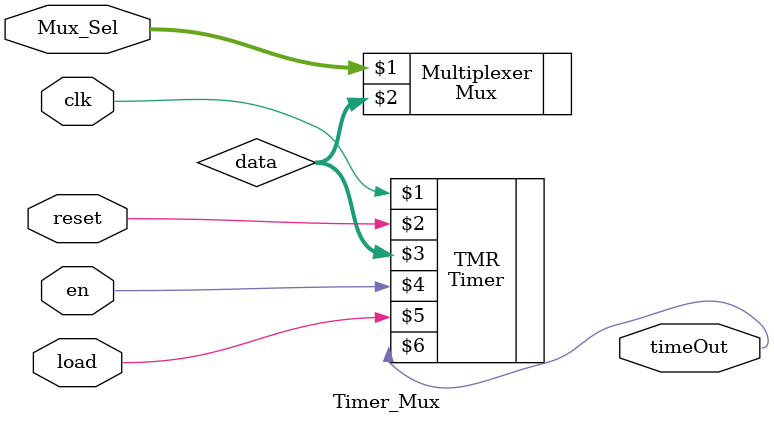
<source format=v>
`timescale 1ns / 10ps

module Timer_Mux(
	input clk,
	input reset,
	input en,
	input load, 
    input [2:0] Mux_Sel,               
	output timeOut
    );        
    
	wire [31:0] data;
	
	Timer TMR(clk,reset,data,en,load,timeOut);
	Mux Multiplexer(Mux_Sel,data);

endmodule  
</source>
